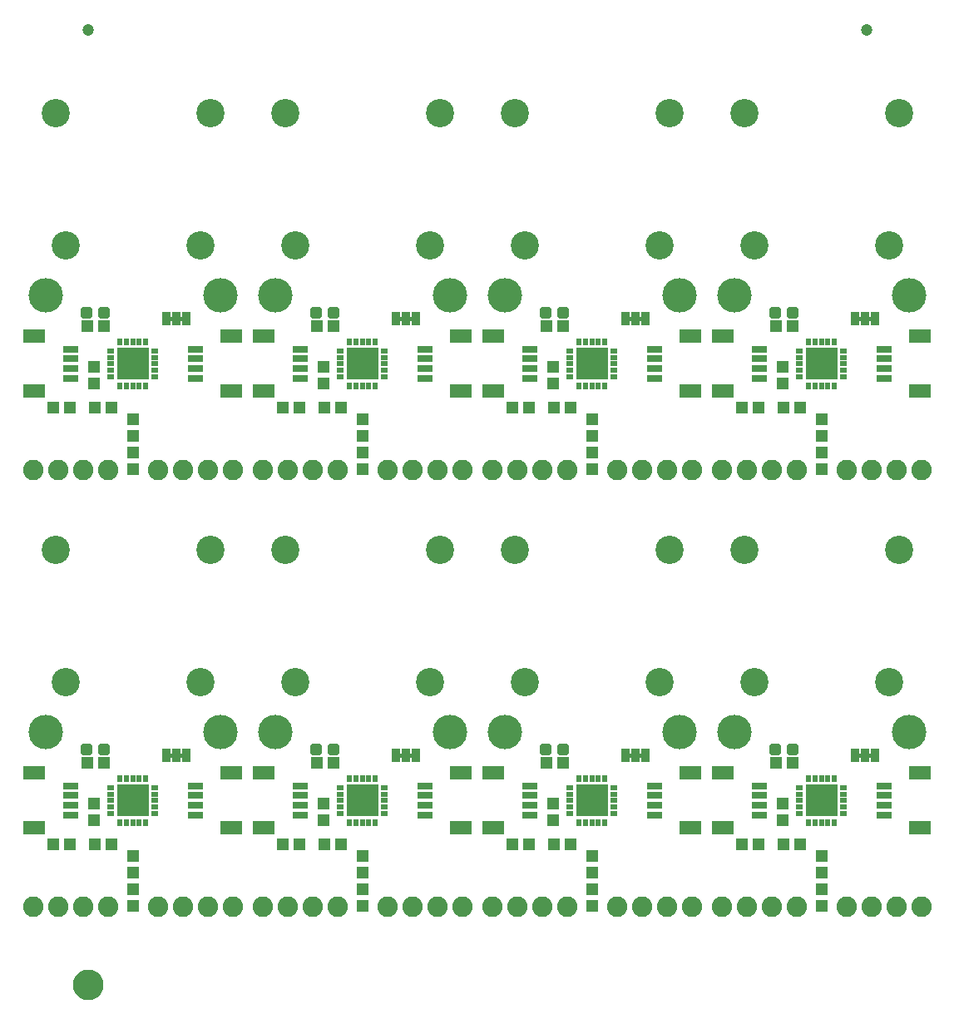
<source format=gts>
G75*
%MOIN*%
%OFA0B0*%
%FSLAX25Y25*%
%IPPOS*%
%LPD*%
%AMOC8*
5,1,8,0,0,1.08239X$1,22.5*
%
%ADD10R,0.04737X0.05131*%
%ADD11C,0.01990*%
%ADD12C,0.08200*%
%ADD13R,0.08674X0.05524*%
%ADD14R,0.06115X0.03162*%
%ADD15R,0.05131X0.04737*%
%ADD16C,0.13800*%
%ADD17R,0.03300X0.05800*%
%ADD18C,0.00500*%
%ADD19R,0.02375X0.02965*%
%ADD20R,0.02965X0.02375*%
%ADD21R,0.12611X0.12611*%
%ADD22C,0.11300*%
%ADD23C,0.04737*%
%ADD24C,0.05000*%
%ADD25C,0.06706*%
D10*
X0073500Y0051904D03*
X0073500Y0058596D03*
X0073500Y0065404D03*
X0073500Y0072096D03*
X0058000Y0086404D03*
X0058000Y0093096D03*
X0150000Y0093096D03*
X0150000Y0086404D03*
X0165500Y0072096D03*
X0165500Y0065404D03*
X0165500Y0058596D03*
X0165500Y0051904D03*
X0242000Y0086404D03*
X0242000Y0093096D03*
X0257500Y0072096D03*
X0257500Y0065404D03*
X0257500Y0058596D03*
X0257500Y0051904D03*
X0334000Y0086404D03*
X0334000Y0093096D03*
X0349500Y0072096D03*
X0349500Y0065404D03*
X0349500Y0058596D03*
X0349500Y0051904D03*
X0349500Y0226904D03*
X0349500Y0233596D03*
X0349500Y0240404D03*
X0349500Y0247096D03*
X0334000Y0261404D03*
X0334000Y0268096D03*
X0257500Y0247096D03*
X0257500Y0240404D03*
X0257500Y0233596D03*
X0257500Y0226904D03*
X0242000Y0261404D03*
X0242000Y0268096D03*
X0165500Y0247096D03*
X0165500Y0240404D03*
X0165500Y0233596D03*
X0165500Y0226904D03*
X0150000Y0261404D03*
X0150000Y0268096D03*
X0073500Y0247096D03*
X0073500Y0240404D03*
X0073500Y0233596D03*
X0073500Y0226904D03*
X0058000Y0261404D03*
X0058000Y0268096D03*
D11*
X0053674Y0288377D02*
X0053674Y0291123D01*
X0056420Y0291123D01*
X0056420Y0288377D01*
X0053674Y0288377D01*
X0053674Y0290267D02*
X0056420Y0290267D01*
X0060580Y0291123D02*
X0060580Y0288377D01*
X0060580Y0291123D02*
X0063326Y0291123D01*
X0063326Y0288377D01*
X0060580Y0288377D01*
X0060580Y0290267D02*
X0063326Y0290267D01*
X0145674Y0291123D02*
X0145674Y0288377D01*
X0145674Y0291123D02*
X0148420Y0291123D01*
X0148420Y0288377D01*
X0145674Y0288377D01*
X0145674Y0290267D02*
X0148420Y0290267D01*
X0152580Y0291123D02*
X0152580Y0288377D01*
X0152580Y0291123D02*
X0155326Y0291123D01*
X0155326Y0288377D01*
X0152580Y0288377D01*
X0152580Y0290267D02*
X0155326Y0290267D01*
X0237674Y0291123D02*
X0237674Y0288377D01*
X0237674Y0291123D02*
X0240420Y0291123D01*
X0240420Y0288377D01*
X0237674Y0288377D01*
X0237674Y0290267D02*
X0240420Y0290267D01*
X0244580Y0291123D02*
X0244580Y0288377D01*
X0244580Y0291123D02*
X0247326Y0291123D01*
X0247326Y0288377D01*
X0244580Y0288377D01*
X0244580Y0290267D02*
X0247326Y0290267D01*
X0329674Y0291123D02*
X0329674Y0288377D01*
X0329674Y0291123D02*
X0332420Y0291123D01*
X0332420Y0288377D01*
X0329674Y0288377D01*
X0329674Y0290267D02*
X0332420Y0290267D01*
X0336580Y0291123D02*
X0336580Y0288377D01*
X0336580Y0291123D02*
X0339326Y0291123D01*
X0339326Y0288377D01*
X0336580Y0288377D01*
X0336580Y0290267D02*
X0339326Y0290267D01*
X0336580Y0116123D02*
X0336580Y0113377D01*
X0336580Y0116123D02*
X0339326Y0116123D01*
X0339326Y0113377D01*
X0336580Y0113377D01*
X0336580Y0115267D02*
X0339326Y0115267D01*
X0329674Y0116123D02*
X0329674Y0113377D01*
X0329674Y0116123D02*
X0332420Y0116123D01*
X0332420Y0113377D01*
X0329674Y0113377D01*
X0329674Y0115267D02*
X0332420Y0115267D01*
X0244580Y0116123D02*
X0244580Y0113377D01*
X0244580Y0116123D02*
X0247326Y0116123D01*
X0247326Y0113377D01*
X0244580Y0113377D01*
X0244580Y0115267D02*
X0247326Y0115267D01*
X0237674Y0116123D02*
X0237674Y0113377D01*
X0237674Y0116123D02*
X0240420Y0116123D01*
X0240420Y0113377D01*
X0237674Y0113377D01*
X0237674Y0115267D02*
X0240420Y0115267D01*
X0152580Y0116123D02*
X0152580Y0113377D01*
X0152580Y0116123D02*
X0155326Y0116123D01*
X0155326Y0113377D01*
X0152580Y0113377D01*
X0152580Y0115267D02*
X0155326Y0115267D01*
X0145674Y0116123D02*
X0145674Y0113377D01*
X0145674Y0116123D02*
X0148420Y0116123D01*
X0148420Y0113377D01*
X0145674Y0113377D01*
X0145674Y0115267D02*
X0148420Y0115267D01*
X0060580Y0116123D02*
X0060580Y0113377D01*
X0060580Y0116123D02*
X0063326Y0116123D01*
X0063326Y0113377D01*
X0060580Y0113377D01*
X0060580Y0115267D02*
X0063326Y0115267D01*
X0053674Y0116123D02*
X0053674Y0113377D01*
X0053674Y0116123D02*
X0056420Y0116123D01*
X0056420Y0113377D01*
X0053674Y0113377D01*
X0053674Y0115267D02*
X0056420Y0115267D01*
D12*
X0033500Y0051750D03*
X0043500Y0051750D03*
X0053500Y0051750D03*
X0063500Y0051750D03*
X0083500Y0051750D03*
X0093500Y0051750D03*
X0103500Y0051750D03*
X0113500Y0051750D03*
X0125500Y0051750D03*
X0135500Y0051750D03*
X0145500Y0051750D03*
X0155500Y0051750D03*
X0175500Y0051750D03*
X0185500Y0051750D03*
X0195500Y0051750D03*
X0205500Y0051750D03*
X0217500Y0051750D03*
X0227500Y0051750D03*
X0237500Y0051750D03*
X0247500Y0051750D03*
X0267500Y0051750D03*
X0277500Y0051750D03*
X0287500Y0051750D03*
X0297500Y0051750D03*
X0309500Y0051750D03*
X0319500Y0051750D03*
X0329500Y0051750D03*
X0339500Y0051750D03*
X0359500Y0051750D03*
X0369500Y0051750D03*
X0379500Y0051750D03*
X0389500Y0051750D03*
X0389500Y0226750D03*
X0379500Y0226750D03*
X0369500Y0226750D03*
X0359500Y0226750D03*
X0339500Y0226750D03*
X0329500Y0226750D03*
X0319500Y0226750D03*
X0309500Y0226750D03*
X0297500Y0226750D03*
X0287500Y0226750D03*
X0277500Y0226750D03*
X0267500Y0226750D03*
X0247500Y0226750D03*
X0237500Y0226750D03*
X0227500Y0226750D03*
X0217500Y0226750D03*
X0205500Y0226750D03*
X0195500Y0226750D03*
X0185500Y0226750D03*
X0175500Y0226750D03*
X0155500Y0226750D03*
X0145500Y0226750D03*
X0135500Y0226750D03*
X0125500Y0226750D03*
X0113500Y0226750D03*
X0103500Y0226750D03*
X0093500Y0226750D03*
X0083500Y0226750D03*
X0063500Y0226750D03*
X0053500Y0226750D03*
X0043500Y0226750D03*
X0033500Y0226750D03*
D13*
X0034031Y0258226D03*
X0034031Y0280274D03*
X0112969Y0280274D03*
X0126031Y0280274D03*
X0126031Y0258226D03*
X0112969Y0258226D03*
X0204969Y0258226D03*
X0218031Y0258226D03*
X0218031Y0280274D03*
X0204969Y0280274D03*
X0296969Y0280274D03*
X0310031Y0280274D03*
X0310031Y0258226D03*
X0296969Y0258226D03*
X0388969Y0258226D03*
X0388969Y0280274D03*
X0388969Y0105274D03*
X0388969Y0083226D03*
X0310031Y0083226D03*
X0296969Y0083226D03*
X0296969Y0105274D03*
X0310031Y0105274D03*
X0218031Y0105274D03*
X0204969Y0105274D03*
X0204969Y0083226D03*
X0218031Y0083226D03*
X0126031Y0083226D03*
X0112969Y0083226D03*
X0112969Y0105274D03*
X0126031Y0105274D03*
X0034031Y0105274D03*
X0034031Y0083226D03*
D14*
X0048500Y0088344D03*
X0048500Y0092281D03*
X0048500Y0096219D03*
X0048500Y0100156D03*
X0098500Y0100156D03*
X0098500Y0096219D03*
X0098500Y0092281D03*
X0098500Y0088344D03*
X0140500Y0088344D03*
X0140500Y0092281D03*
X0140500Y0096219D03*
X0140500Y0100156D03*
X0190500Y0100156D03*
X0190500Y0096219D03*
X0190500Y0092281D03*
X0190500Y0088344D03*
X0232500Y0088344D03*
X0232500Y0092281D03*
X0232500Y0096219D03*
X0232500Y0100156D03*
X0282500Y0100156D03*
X0282500Y0096219D03*
X0282500Y0092281D03*
X0282500Y0088344D03*
X0324500Y0088344D03*
X0324500Y0092281D03*
X0324500Y0096219D03*
X0324500Y0100156D03*
X0374500Y0100156D03*
X0374500Y0096219D03*
X0374500Y0092281D03*
X0374500Y0088344D03*
X0374500Y0263344D03*
X0374500Y0267281D03*
X0374500Y0271219D03*
X0374500Y0275156D03*
X0324500Y0275156D03*
X0324500Y0271219D03*
X0324500Y0267281D03*
X0324500Y0263344D03*
X0282500Y0263344D03*
X0282500Y0267281D03*
X0282500Y0271219D03*
X0282500Y0275156D03*
X0232500Y0275156D03*
X0232500Y0271219D03*
X0232500Y0267281D03*
X0232500Y0263344D03*
X0190500Y0263344D03*
X0190500Y0267281D03*
X0190500Y0271219D03*
X0190500Y0275156D03*
X0140500Y0275156D03*
X0140500Y0271219D03*
X0140500Y0267281D03*
X0140500Y0263344D03*
X0098500Y0263344D03*
X0098500Y0267281D03*
X0098500Y0271219D03*
X0098500Y0275156D03*
X0048500Y0275156D03*
X0048500Y0271219D03*
X0048500Y0267281D03*
X0048500Y0263344D03*
D15*
X0048346Y0251750D03*
X0041654Y0251750D03*
X0058154Y0251750D03*
X0064846Y0251750D03*
X0061846Y0284250D03*
X0055154Y0284250D03*
X0133654Y0251750D03*
X0140346Y0251750D03*
X0150154Y0251750D03*
X0156846Y0251750D03*
X0153846Y0284250D03*
X0147154Y0284250D03*
X0225654Y0251750D03*
X0232346Y0251750D03*
X0242154Y0251750D03*
X0248846Y0251750D03*
X0245846Y0284250D03*
X0239154Y0284250D03*
X0317654Y0251750D03*
X0324346Y0251750D03*
X0334154Y0251750D03*
X0340846Y0251750D03*
X0337846Y0284250D03*
X0331154Y0284250D03*
X0331154Y0109250D03*
X0337846Y0109250D03*
X0340846Y0076750D03*
X0334154Y0076750D03*
X0324346Y0076750D03*
X0317654Y0076750D03*
X0248846Y0076750D03*
X0242154Y0076750D03*
X0232346Y0076750D03*
X0225654Y0076750D03*
X0239154Y0109250D03*
X0245846Y0109250D03*
X0156846Y0076750D03*
X0150154Y0076750D03*
X0140346Y0076750D03*
X0133654Y0076750D03*
X0147154Y0109250D03*
X0153846Y0109250D03*
X0064846Y0076750D03*
X0058154Y0076750D03*
X0048346Y0076750D03*
X0041654Y0076750D03*
X0055154Y0109250D03*
X0061846Y0109250D03*
D16*
X0038500Y0121750D03*
X0108500Y0121750D03*
X0130500Y0121750D03*
X0200500Y0121750D03*
X0222500Y0121750D03*
X0292500Y0121750D03*
X0314500Y0121750D03*
X0384500Y0121750D03*
X0384500Y0296750D03*
X0314500Y0296750D03*
X0292500Y0296750D03*
X0222500Y0296750D03*
X0200500Y0296750D03*
X0130500Y0296750D03*
X0108500Y0296750D03*
X0038500Y0296750D03*
D17*
X0087000Y0287250D03*
X0091000Y0287250D03*
X0095000Y0287250D03*
X0179000Y0287250D03*
X0183000Y0287250D03*
X0187000Y0287250D03*
X0271000Y0287250D03*
X0275000Y0287250D03*
X0279000Y0287250D03*
X0363000Y0287250D03*
X0367000Y0287250D03*
X0371000Y0287250D03*
X0371000Y0112250D03*
X0367000Y0112250D03*
X0363000Y0112250D03*
X0279000Y0112250D03*
X0275000Y0112250D03*
X0271000Y0112250D03*
X0187000Y0112250D03*
X0183000Y0112250D03*
X0179000Y0112250D03*
X0095000Y0112250D03*
X0091000Y0112250D03*
X0087000Y0112250D03*
D18*
X0088250Y0112055D02*
X0093750Y0112055D01*
X0093750Y0111750D02*
X0093750Y0112750D01*
X0088250Y0112750D01*
X0088250Y0111750D01*
X0093750Y0111750D01*
X0093750Y0112553D02*
X0088250Y0112553D01*
X0180250Y0112553D02*
X0185750Y0112553D01*
X0185750Y0112750D02*
X0185750Y0111750D01*
X0180250Y0111750D01*
X0180250Y0112750D01*
X0185750Y0112750D01*
X0185750Y0112055D02*
X0180250Y0112055D01*
X0272250Y0112055D02*
X0277750Y0112055D01*
X0277750Y0111750D02*
X0277750Y0112750D01*
X0272250Y0112750D01*
X0272250Y0111750D01*
X0277750Y0111750D01*
X0277750Y0112553D02*
X0272250Y0112553D01*
X0364250Y0112553D02*
X0369750Y0112553D01*
X0369750Y0112750D02*
X0369750Y0111750D01*
X0364250Y0111750D01*
X0364250Y0112750D01*
X0369750Y0112750D01*
X0369750Y0112055D02*
X0364250Y0112055D01*
X0364250Y0286750D02*
X0364250Y0287750D01*
X0369750Y0287750D01*
X0369750Y0286750D01*
X0364250Y0286750D01*
X0364250Y0287032D02*
X0369750Y0287032D01*
X0369750Y0287531D02*
X0364250Y0287531D01*
X0277750Y0287531D02*
X0272250Y0287531D01*
X0272250Y0287750D02*
X0277750Y0287750D01*
X0277750Y0286750D01*
X0272250Y0286750D01*
X0272250Y0287750D01*
X0272250Y0287032D02*
X0277750Y0287032D01*
X0185750Y0287032D02*
X0180250Y0287032D01*
X0180250Y0286750D02*
X0180250Y0287750D01*
X0185750Y0287750D01*
X0185750Y0286750D01*
X0180250Y0286750D01*
X0180250Y0287531D02*
X0185750Y0287531D01*
X0093750Y0287531D02*
X0088250Y0287531D01*
X0088250Y0287750D02*
X0093750Y0287750D01*
X0093750Y0286750D01*
X0088250Y0286750D01*
X0088250Y0287750D01*
X0088250Y0287032D02*
X0093750Y0287032D01*
D19*
X0078618Y0278108D03*
X0076059Y0278108D03*
X0073500Y0278108D03*
X0070941Y0278108D03*
X0068382Y0278108D03*
X0068382Y0260392D03*
X0070941Y0260392D03*
X0073500Y0260392D03*
X0076059Y0260392D03*
X0078618Y0260392D03*
X0160382Y0260392D03*
X0162941Y0260392D03*
X0165500Y0260392D03*
X0168059Y0260392D03*
X0170618Y0260392D03*
X0170618Y0278108D03*
X0168059Y0278108D03*
X0165500Y0278108D03*
X0162941Y0278108D03*
X0160382Y0278108D03*
X0252382Y0278108D03*
X0254941Y0278108D03*
X0257500Y0278108D03*
X0260059Y0278108D03*
X0262618Y0278108D03*
X0262618Y0260392D03*
X0260059Y0260392D03*
X0257500Y0260392D03*
X0254941Y0260392D03*
X0252382Y0260392D03*
X0344382Y0260392D03*
X0346941Y0260392D03*
X0349500Y0260392D03*
X0352059Y0260392D03*
X0354618Y0260392D03*
X0354618Y0278108D03*
X0352059Y0278108D03*
X0349500Y0278108D03*
X0346941Y0278108D03*
X0344382Y0278108D03*
X0344382Y0103108D03*
X0346941Y0103108D03*
X0349500Y0103108D03*
X0352059Y0103108D03*
X0354618Y0103108D03*
X0354618Y0085392D03*
X0352059Y0085392D03*
X0349500Y0085392D03*
X0346941Y0085392D03*
X0344382Y0085392D03*
X0262618Y0085392D03*
X0260059Y0085392D03*
X0257500Y0085392D03*
X0254941Y0085392D03*
X0252382Y0085392D03*
X0252382Y0103108D03*
X0254941Y0103108D03*
X0257500Y0103108D03*
X0260059Y0103108D03*
X0262618Y0103108D03*
X0170618Y0103108D03*
X0168059Y0103108D03*
X0165500Y0103108D03*
X0162941Y0103108D03*
X0160382Y0103108D03*
X0160382Y0085392D03*
X0162941Y0085392D03*
X0165500Y0085392D03*
X0168059Y0085392D03*
X0170618Y0085392D03*
X0078618Y0085392D03*
X0076059Y0085392D03*
X0073500Y0085392D03*
X0070941Y0085392D03*
X0068382Y0085392D03*
X0068382Y0103108D03*
X0070941Y0103108D03*
X0073500Y0103108D03*
X0076059Y0103108D03*
X0078618Y0103108D03*
D20*
X0082358Y0099368D03*
X0082358Y0096809D03*
X0082358Y0094250D03*
X0082358Y0091691D03*
X0082358Y0089132D03*
X0064642Y0089132D03*
X0064642Y0091691D03*
X0064642Y0094250D03*
X0064642Y0096809D03*
X0064642Y0099368D03*
X0156642Y0099368D03*
X0156642Y0096809D03*
X0156642Y0094250D03*
X0156642Y0091691D03*
X0156642Y0089132D03*
X0174358Y0089132D03*
X0174358Y0091691D03*
X0174358Y0094250D03*
X0174358Y0096809D03*
X0174358Y0099368D03*
X0248642Y0099368D03*
X0248642Y0096809D03*
X0248642Y0094250D03*
X0248642Y0091691D03*
X0248642Y0089132D03*
X0266358Y0089132D03*
X0266358Y0091691D03*
X0266358Y0094250D03*
X0266358Y0096809D03*
X0266358Y0099368D03*
X0340642Y0099368D03*
X0340642Y0096809D03*
X0340642Y0094250D03*
X0340642Y0091691D03*
X0340642Y0089132D03*
X0358358Y0089132D03*
X0358358Y0091691D03*
X0358358Y0094250D03*
X0358358Y0096809D03*
X0358358Y0099368D03*
X0358358Y0264132D03*
X0358358Y0266691D03*
X0358358Y0269250D03*
X0358358Y0271809D03*
X0358358Y0274368D03*
X0340642Y0274368D03*
X0340642Y0271809D03*
X0340642Y0269250D03*
X0340642Y0266691D03*
X0340642Y0264132D03*
X0266358Y0264132D03*
X0266358Y0266691D03*
X0266358Y0269250D03*
X0266358Y0271809D03*
X0266358Y0274368D03*
X0248642Y0274368D03*
X0248642Y0271809D03*
X0248642Y0269250D03*
X0248642Y0266691D03*
X0248642Y0264132D03*
X0174358Y0264132D03*
X0174358Y0266691D03*
X0174358Y0269250D03*
X0174358Y0271809D03*
X0174358Y0274368D03*
X0156642Y0274368D03*
X0156642Y0271809D03*
X0156642Y0269250D03*
X0156642Y0266691D03*
X0156642Y0264132D03*
X0082358Y0264132D03*
X0082358Y0266691D03*
X0082358Y0269250D03*
X0082358Y0271809D03*
X0082358Y0274368D03*
X0064642Y0274368D03*
X0064642Y0271809D03*
X0064642Y0269250D03*
X0064642Y0266691D03*
X0064642Y0264132D03*
D21*
X0073500Y0269250D03*
X0165500Y0269250D03*
X0257500Y0269250D03*
X0349500Y0269250D03*
X0349500Y0094250D03*
X0257500Y0094250D03*
X0165500Y0094250D03*
X0073500Y0094250D03*
D22*
X0046500Y0141750D03*
X0042500Y0194750D03*
X0100500Y0141750D03*
X0138500Y0141750D03*
X0134500Y0194750D03*
X0104500Y0194750D03*
X0192500Y0141750D03*
X0230500Y0141750D03*
X0226500Y0194750D03*
X0196500Y0194750D03*
X0284500Y0141750D03*
X0322500Y0141750D03*
X0318500Y0194750D03*
X0288500Y0194750D03*
X0380500Y0194750D03*
X0376500Y0141750D03*
X0376500Y0316750D03*
X0380500Y0369750D03*
X0322500Y0316750D03*
X0284500Y0316750D03*
X0288500Y0369750D03*
X0318500Y0369750D03*
X0230500Y0316750D03*
X0192500Y0316750D03*
X0196500Y0369750D03*
X0226500Y0369750D03*
X0138500Y0316750D03*
X0100500Y0316750D03*
X0104500Y0369750D03*
X0134500Y0369750D03*
X0042500Y0369750D03*
X0046500Y0316750D03*
D23*
X0055500Y0403000D03*
X0367500Y0403000D03*
D24*
X0051935Y0020500D02*
X0051937Y0020619D01*
X0051943Y0020738D01*
X0051953Y0020857D01*
X0051967Y0020975D01*
X0051985Y0021093D01*
X0052006Y0021210D01*
X0052032Y0021326D01*
X0052062Y0021442D01*
X0052095Y0021556D01*
X0052132Y0021669D01*
X0052173Y0021781D01*
X0052218Y0021892D01*
X0052266Y0022001D01*
X0052318Y0022108D01*
X0052374Y0022213D01*
X0052433Y0022317D01*
X0052495Y0022418D01*
X0052561Y0022518D01*
X0052630Y0022615D01*
X0052702Y0022709D01*
X0052778Y0022802D01*
X0052856Y0022891D01*
X0052937Y0022978D01*
X0053022Y0023063D01*
X0053109Y0023144D01*
X0053198Y0023222D01*
X0053291Y0023298D01*
X0053385Y0023370D01*
X0053482Y0023439D01*
X0053582Y0023505D01*
X0053683Y0023567D01*
X0053787Y0023626D01*
X0053892Y0023682D01*
X0053999Y0023734D01*
X0054108Y0023782D01*
X0054219Y0023827D01*
X0054331Y0023868D01*
X0054444Y0023905D01*
X0054558Y0023938D01*
X0054674Y0023968D01*
X0054790Y0023994D01*
X0054907Y0024015D01*
X0055025Y0024033D01*
X0055143Y0024047D01*
X0055262Y0024057D01*
X0055381Y0024063D01*
X0055500Y0024065D01*
X0055619Y0024063D01*
X0055738Y0024057D01*
X0055857Y0024047D01*
X0055975Y0024033D01*
X0056093Y0024015D01*
X0056210Y0023994D01*
X0056326Y0023968D01*
X0056442Y0023938D01*
X0056556Y0023905D01*
X0056669Y0023868D01*
X0056781Y0023827D01*
X0056892Y0023782D01*
X0057001Y0023734D01*
X0057108Y0023682D01*
X0057213Y0023626D01*
X0057317Y0023567D01*
X0057418Y0023505D01*
X0057518Y0023439D01*
X0057615Y0023370D01*
X0057709Y0023298D01*
X0057802Y0023222D01*
X0057891Y0023144D01*
X0057978Y0023063D01*
X0058063Y0022978D01*
X0058144Y0022891D01*
X0058222Y0022802D01*
X0058298Y0022709D01*
X0058370Y0022615D01*
X0058439Y0022518D01*
X0058505Y0022418D01*
X0058567Y0022317D01*
X0058626Y0022213D01*
X0058682Y0022108D01*
X0058734Y0022001D01*
X0058782Y0021892D01*
X0058827Y0021781D01*
X0058868Y0021669D01*
X0058905Y0021556D01*
X0058938Y0021442D01*
X0058968Y0021326D01*
X0058994Y0021210D01*
X0059015Y0021093D01*
X0059033Y0020975D01*
X0059047Y0020857D01*
X0059057Y0020738D01*
X0059063Y0020619D01*
X0059065Y0020500D01*
X0059063Y0020381D01*
X0059057Y0020262D01*
X0059047Y0020143D01*
X0059033Y0020025D01*
X0059015Y0019907D01*
X0058994Y0019790D01*
X0058968Y0019674D01*
X0058938Y0019558D01*
X0058905Y0019444D01*
X0058868Y0019331D01*
X0058827Y0019219D01*
X0058782Y0019108D01*
X0058734Y0018999D01*
X0058682Y0018892D01*
X0058626Y0018787D01*
X0058567Y0018683D01*
X0058505Y0018582D01*
X0058439Y0018482D01*
X0058370Y0018385D01*
X0058298Y0018291D01*
X0058222Y0018198D01*
X0058144Y0018109D01*
X0058063Y0018022D01*
X0057978Y0017937D01*
X0057891Y0017856D01*
X0057802Y0017778D01*
X0057709Y0017702D01*
X0057615Y0017630D01*
X0057518Y0017561D01*
X0057418Y0017495D01*
X0057317Y0017433D01*
X0057213Y0017374D01*
X0057108Y0017318D01*
X0057001Y0017266D01*
X0056892Y0017218D01*
X0056781Y0017173D01*
X0056669Y0017132D01*
X0056556Y0017095D01*
X0056442Y0017062D01*
X0056326Y0017032D01*
X0056210Y0017006D01*
X0056093Y0016985D01*
X0055975Y0016967D01*
X0055857Y0016953D01*
X0055738Y0016943D01*
X0055619Y0016937D01*
X0055500Y0016935D01*
X0055381Y0016937D01*
X0055262Y0016943D01*
X0055143Y0016953D01*
X0055025Y0016967D01*
X0054907Y0016985D01*
X0054790Y0017006D01*
X0054674Y0017032D01*
X0054558Y0017062D01*
X0054444Y0017095D01*
X0054331Y0017132D01*
X0054219Y0017173D01*
X0054108Y0017218D01*
X0053999Y0017266D01*
X0053892Y0017318D01*
X0053787Y0017374D01*
X0053683Y0017433D01*
X0053582Y0017495D01*
X0053482Y0017561D01*
X0053385Y0017630D01*
X0053291Y0017702D01*
X0053198Y0017778D01*
X0053109Y0017856D01*
X0053022Y0017937D01*
X0052937Y0018022D01*
X0052856Y0018109D01*
X0052778Y0018198D01*
X0052702Y0018291D01*
X0052630Y0018385D01*
X0052561Y0018482D01*
X0052495Y0018582D01*
X0052433Y0018683D01*
X0052374Y0018787D01*
X0052318Y0018892D01*
X0052266Y0018999D01*
X0052218Y0019108D01*
X0052173Y0019219D01*
X0052132Y0019331D01*
X0052095Y0019444D01*
X0052062Y0019558D01*
X0052032Y0019674D01*
X0052006Y0019790D01*
X0051985Y0019907D01*
X0051967Y0020025D01*
X0051953Y0020143D01*
X0051943Y0020262D01*
X0051937Y0020381D01*
X0051935Y0020500D01*
D25*
X0055500Y0020500D03*
M02*

</source>
